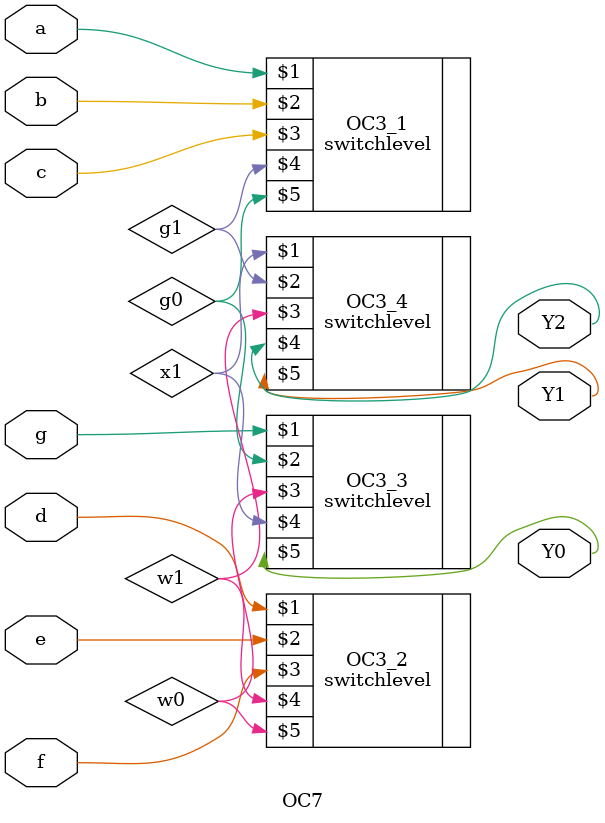
<source format=v>
module OC7 (input a, b, c, d, e, f, g, output Y2, Y1, Y0);
wire g0, g1, w0, w1, x1;
switchlevel OC3_1 (a, b, c, g1, g0);
switchlevel OC3_2 (d, e, f, w1, w0); 
switchlevel OC3_3 (g, g0, w0, x1, Y0);
switchlevel OC3_4(x1, g1, w1, Y2, Y1); 
endmodule 
</source>
